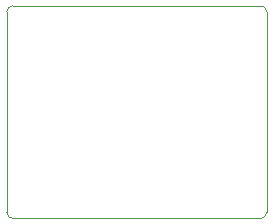
<source format=gm1>
G04 #@! TF.GenerationSoftware,KiCad,Pcbnew,8.0.2-8.0.2-0~ubuntu22.04.1*
G04 #@! TF.CreationDate,2024-05-04T14:39:35+03:00*
G04 #@! TF.ProjectId,Directional_Coupler,44697265-6374-4696-9f6e-616c5f436f75,A0*
G04 #@! TF.SameCoordinates,Original*
G04 #@! TF.FileFunction,Profile,NP*
%FSLAX46Y46*%
G04 Gerber Fmt 4.6, Leading zero omitted, Abs format (unit mm)*
G04 Created by KiCad (PCBNEW 8.0.2-8.0.2-0~ubuntu22.04.1) date 2024-05-04 14:39:35*
%MOMM*%
%LPD*%
G01*
G04 APERTURE LIST*
G04 #@! TA.AperFunction,Profile*
%ADD10C,0.050000*%
G04 #@! TD*
G04 APERTURE END LIST*
D10*
X88000000Y-58000000D02*
X88000000Y-41000000D01*
X88500000Y-40500000D02*
X109500000Y-40500000D01*
X110000000Y-58000000D02*
G75*
G02*
X109500000Y-58500000I-500000J0D01*
G01*
X109500000Y-58500000D02*
X88500000Y-58500000D01*
X110000000Y-41000000D02*
X110000000Y-58000000D01*
X109500000Y-40500000D02*
G75*
G02*
X110000000Y-41000000I0J-500000D01*
G01*
X88000000Y-41000000D02*
G75*
G02*
X88500000Y-40500000I500000J0D01*
G01*
X88500000Y-58500000D02*
G75*
G02*
X88000000Y-58000000I0J500000D01*
G01*
M02*

</source>
